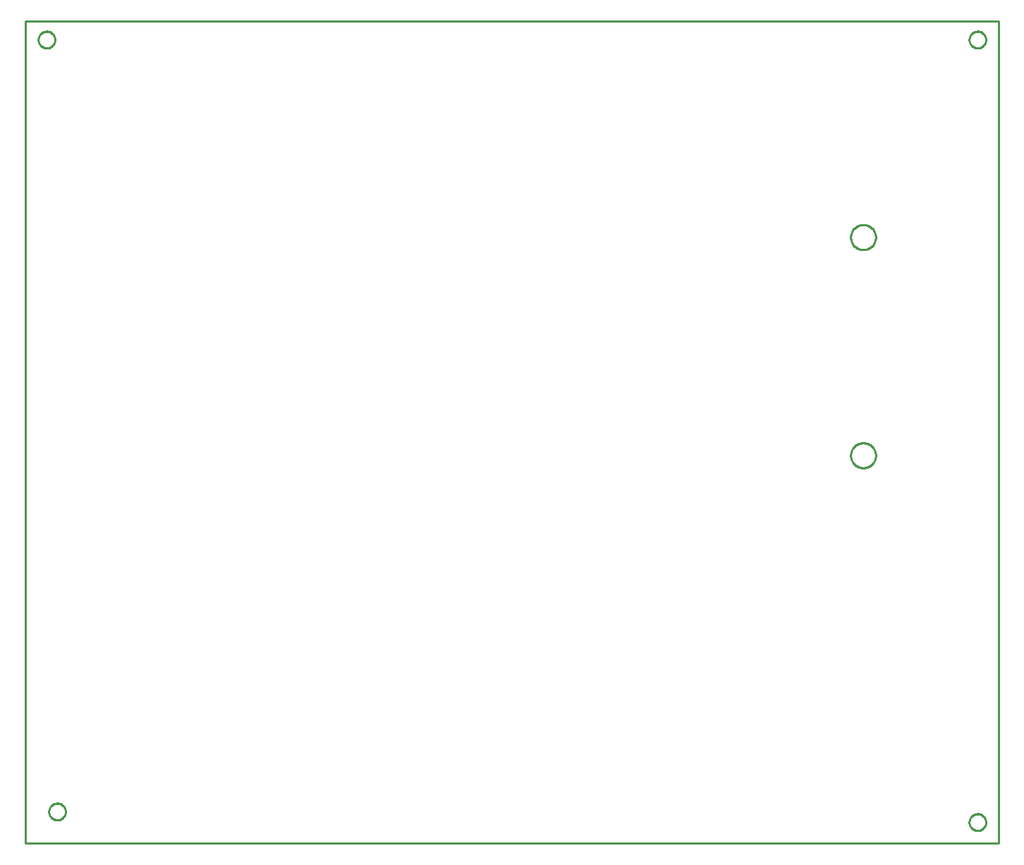
<source format=gbr>
G04 EAGLE Gerber X2 export*
%TF.Part,Single*%
%TF.FileFunction,Profile,NP*%
%TF.FilePolarity,Positive*%
%TF.GenerationSoftware,Autodesk,EAGLE,8.7.1*%
%TF.CreationDate,2018-05-16T11:30:18Z*%
G75*
%MOMM*%
%FSLAX34Y34*%
%LPD*%
%AMOC8*
5,1,8,0,0,1.08239X$1,22.5*%
G01*
%ADD10C,0.254000*%


D10*
X393700Y-38100D02*
X1561900Y-38100D01*
X1561900Y949200D01*
X393700Y949200D01*
X393700Y-38100D01*
X441800Y-437D02*
X441724Y-1307D01*
X441572Y-2166D01*
X441346Y-3010D01*
X441048Y-3830D01*
X440679Y-4622D01*
X440242Y-5378D01*
X439741Y-6093D01*
X439180Y-6762D01*
X438562Y-7380D01*
X437893Y-7941D01*
X437178Y-8442D01*
X436422Y-8879D01*
X435630Y-9248D01*
X434810Y-9546D01*
X433966Y-9772D01*
X433107Y-9924D01*
X432237Y-10000D01*
X431363Y-10000D01*
X430494Y-9924D01*
X429634Y-9772D01*
X428790Y-9546D01*
X427970Y-9248D01*
X427178Y-8879D01*
X426422Y-8442D01*
X425707Y-7941D01*
X425038Y-7380D01*
X424420Y-6762D01*
X423859Y-6093D01*
X423358Y-5378D01*
X422921Y-4622D01*
X422552Y-3830D01*
X422254Y-3010D01*
X422028Y-2166D01*
X421876Y-1307D01*
X421800Y-437D01*
X421800Y437D01*
X421876Y1307D01*
X422028Y2166D01*
X422254Y3010D01*
X422552Y3830D01*
X422921Y4622D01*
X423358Y5378D01*
X423859Y6093D01*
X424420Y6762D01*
X425038Y7380D01*
X425707Y7941D01*
X426422Y8442D01*
X427178Y8879D01*
X427970Y9248D01*
X428790Y9546D01*
X429634Y9772D01*
X430494Y9924D01*
X431363Y10000D01*
X432237Y10000D01*
X433107Y9924D01*
X433966Y9772D01*
X434810Y9546D01*
X435630Y9248D01*
X436422Y8879D01*
X437178Y8442D01*
X437893Y7941D01*
X438562Y7380D01*
X439180Y6762D01*
X439741Y6093D01*
X440242Y5378D01*
X440679Y4622D01*
X441048Y3830D01*
X441346Y3010D01*
X441572Y2166D01*
X441724Y1307D01*
X441800Y437D01*
X441800Y-437D01*
X1546700Y-13137D02*
X1546624Y-14007D01*
X1546472Y-14866D01*
X1546246Y-15710D01*
X1545948Y-16530D01*
X1545579Y-17322D01*
X1545142Y-18078D01*
X1544641Y-18793D01*
X1544080Y-19462D01*
X1543462Y-20080D01*
X1542793Y-20641D01*
X1542078Y-21142D01*
X1541322Y-21579D01*
X1540530Y-21948D01*
X1539710Y-22246D01*
X1538866Y-22472D01*
X1538007Y-22624D01*
X1537137Y-22700D01*
X1536263Y-22700D01*
X1535394Y-22624D01*
X1534534Y-22472D01*
X1533690Y-22246D01*
X1532870Y-21948D01*
X1532078Y-21579D01*
X1531322Y-21142D01*
X1530607Y-20641D01*
X1529938Y-20080D01*
X1529320Y-19462D01*
X1528759Y-18793D01*
X1528258Y-18078D01*
X1527821Y-17322D01*
X1527452Y-16530D01*
X1527154Y-15710D01*
X1526928Y-14866D01*
X1526776Y-14007D01*
X1526700Y-13137D01*
X1526700Y-12263D01*
X1526776Y-11394D01*
X1526928Y-10534D01*
X1527154Y-9690D01*
X1527452Y-8870D01*
X1527821Y-8078D01*
X1528258Y-7322D01*
X1528759Y-6607D01*
X1529320Y-5938D01*
X1529938Y-5320D01*
X1530607Y-4759D01*
X1531322Y-4258D01*
X1532078Y-3821D01*
X1532870Y-3452D01*
X1533690Y-3154D01*
X1534534Y-2928D01*
X1535394Y-2776D01*
X1536263Y-2700D01*
X1537137Y-2700D01*
X1538007Y-2776D01*
X1538866Y-2928D01*
X1539710Y-3154D01*
X1540530Y-3452D01*
X1541322Y-3821D01*
X1542078Y-4258D01*
X1542793Y-4759D01*
X1543462Y-5320D01*
X1544080Y-5938D01*
X1544641Y-6607D01*
X1545142Y-7322D01*
X1545579Y-8078D01*
X1545948Y-8870D01*
X1546246Y-9690D01*
X1546472Y-10534D01*
X1546624Y-11394D01*
X1546700Y-12263D01*
X1546700Y-13137D01*
X1546700Y926663D02*
X1546624Y925794D01*
X1546472Y924934D01*
X1546246Y924090D01*
X1545948Y923270D01*
X1545579Y922478D01*
X1545142Y921722D01*
X1544641Y921007D01*
X1544080Y920338D01*
X1543462Y919720D01*
X1542793Y919159D01*
X1542078Y918658D01*
X1541322Y918221D01*
X1540530Y917852D01*
X1539710Y917554D01*
X1538866Y917328D01*
X1538007Y917176D01*
X1537137Y917100D01*
X1536263Y917100D01*
X1535394Y917176D01*
X1534534Y917328D01*
X1533690Y917554D01*
X1532870Y917852D01*
X1532078Y918221D01*
X1531322Y918658D01*
X1530607Y919159D01*
X1529938Y919720D01*
X1529320Y920338D01*
X1528759Y921007D01*
X1528258Y921722D01*
X1527821Y922478D01*
X1527452Y923270D01*
X1527154Y924090D01*
X1526928Y924934D01*
X1526776Y925794D01*
X1526700Y926663D01*
X1526700Y927537D01*
X1526776Y928407D01*
X1526928Y929266D01*
X1527154Y930110D01*
X1527452Y930930D01*
X1527821Y931722D01*
X1528258Y932478D01*
X1528759Y933193D01*
X1529320Y933862D01*
X1529938Y934480D01*
X1530607Y935041D01*
X1531322Y935542D01*
X1532078Y935979D01*
X1532870Y936348D01*
X1533690Y936646D01*
X1534534Y936872D01*
X1535394Y937024D01*
X1536263Y937100D01*
X1537137Y937100D01*
X1538007Y937024D01*
X1538866Y936872D01*
X1539710Y936646D01*
X1540530Y936348D01*
X1541322Y935979D01*
X1542078Y935542D01*
X1542793Y935041D01*
X1543462Y934480D01*
X1544080Y933862D01*
X1544641Y933193D01*
X1545142Y932478D01*
X1545579Y931722D01*
X1545948Y930930D01*
X1546246Y930110D01*
X1546472Y929266D01*
X1546624Y928407D01*
X1546700Y927537D01*
X1546700Y926663D01*
X429100Y926663D02*
X429024Y925794D01*
X428872Y924934D01*
X428646Y924090D01*
X428348Y923270D01*
X427979Y922478D01*
X427542Y921722D01*
X427041Y921007D01*
X426480Y920338D01*
X425862Y919720D01*
X425193Y919159D01*
X424478Y918658D01*
X423722Y918221D01*
X422930Y917852D01*
X422110Y917554D01*
X421266Y917328D01*
X420407Y917176D01*
X419537Y917100D01*
X418663Y917100D01*
X417794Y917176D01*
X416934Y917328D01*
X416090Y917554D01*
X415270Y917852D01*
X414478Y918221D01*
X413722Y918658D01*
X413007Y919159D01*
X412338Y919720D01*
X411720Y920338D01*
X411159Y921007D01*
X410658Y921722D01*
X410221Y922478D01*
X409852Y923270D01*
X409554Y924090D01*
X409328Y924934D01*
X409176Y925794D01*
X409100Y926663D01*
X409100Y927537D01*
X409176Y928407D01*
X409328Y929266D01*
X409554Y930110D01*
X409852Y930930D01*
X410221Y931722D01*
X410658Y932478D01*
X411159Y933193D01*
X411720Y933862D01*
X412338Y934480D01*
X413007Y935041D01*
X413722Y935542D01*
X414478Y935979D01*
X415270Y936348D01*
X416090Y936646D01*
X416934Y936872D01*
X417794Y937024D01*
X418663Y937100D01*
X419537Y937100D01*
X420407Y937024D01*
X421266Y936872D01*
X422110Y936646D01*
X422930Y936348D01*
X423722Y935979D01*
X424478Y935542D01*
X425193Y935041D01*
X425862Y934480D01*
X426480Y933862D01*
X427041Y933193D01*
X427542Y932478D01*
X427979Y931722D01*
X428348Y930930D01*
X428646Y930110D01*
X428872Y929266D01*
X429024Y928407D01*
X429100Y927537D01*
X429100Y926663D01*
X441800Y-437D02*
X441724Y-1307D01*
X441572Y-2166D01*
X441346Y-3010D01*
X441048Y-3830D01*
X440679Y-4622D01*
X440242Y-5378D01*
X439741Y-6093D01*
X439180Y-6762D01*
X438562Y-7380D01*
X437893Y-7941D01*
X437178Y-8442D01*
X436422Y-8879D01*
X435630Y-9248D01*
X434810Y-9546D01*
X433966Y-9772D01*
X433107Y-9924D01*
X432237Y-10000D01*
X431363Y-10000D01*
X430494Y-9924D01*
X429634Y-9772D01*
X428790Y-9546D01*
X427970Y-9248D01*
X427178Y-8879D01*
X426422Y-8442D01*
X425707Y-7941D01*
X425038Y-7380D01*
X424420Y-6762D01*
X423859Y-6093D01*
X423358Y-5378D01*
X422921Y-4622D01*
X422552Y-3830D01*
X422254Y-3010D01*
X422028Y-2166D01*
X421876Y-1307D01*
X421800Y-437D01*
X421800Y437D01*
X421876Y1307D01*
X422028Y2166D01*
X422254Y3010D01*
X422552Y3830D01*
X422921Y4622D01*
X423358Y5378D01*
X423859Y6093D01*
X424420Y6762D01*
X425038Y7380D01*
X425707Y7941D01*
X426422Y8442D01*
X427178Y8879D01*
X427970Y9248D01*
X428790Y9546D01*
X429634Y9772D01*
X430494Y9924D01*
X431363Y10000D01*
X432237Y10000D01*
X433107Y9924D01*
X433966Y9772D01*
X434810Y9546D01*
X435630Y9248D01*
X436422Y8879D01*
X437178Y8442D01*
X437893Y7941D01*
X438562Y7380D01*
X439180Y6762D01*
X439741Y6093D01*
X440242Y5378D01*
X440679Y4622D01*
X441048Y3830D01*
X441346Y3010D01*
X441572Y2166D01*
X441724Y1307D01*
X441800Y437D01*
X441800Y-437D01*
X1546700Y-13137D02*
X1546624Y-14007D01*
X1546472Y-14866D01*
X1546246Y-15710D01*
X1545948Y-16530D01*
X1545579Y-17322D01*
X1545142Y-18078D01*
X1544641Y-18793D01*
X1544080Y-19462D01*
X1543462Y-20080D01*
X1542793Y-20641D01*
X1542078Y-21142D01*
X1541322Y-21579D01*
X1540530Y-21948D01*
X1539710Y-22246D01*
X1538866Y-22472D01*
X1538007Y-22624D01*
X1537137Y-22700D01*
X1536263Y-22700D01*
X1535394Y-22624D01*
X1534534Y-22472D01*
X1533690Y-22246D01*
X1532870Y-21948D01*
X1532078Y-21579D01*
X1531322Y-21142D01*
X1530607Y-20641D01*
X1529938Y-20080D01*
X1529320Y-19462D01*
X1528759Y-18793D01*
X1528258Y-18078D01*
X1527821Y-17322D01*
X1527452Y-16530D01*
X1527154Y-15710D01*
X1526928Y-14866D01*
X1526776Y-14007D01*
X1526700Y-13137D01*
X1526700Y-12263D01*
X1526776Y-11394D01*
X1526928Y-10534D01*
X1527154Y-9690D01*
X1527452Y-8870D01*
X1527821Y-8078D01*
X1528258Y-7322D01*
X1528759Y-6607D01*
X1529320Y-5938D01*
X1529938Y-5320D01*
X1530607Y-4759D01*
X1531322Y-4258D01*
X1532078Y-3821D01*
X1532870Y-3452D01*
X1533690Y-3154D01*
X1534534Y-2928D01*
X1535394Y-2776D01*
X1536263Y-2700D01*
X1537137Y-2700D01*
X1538007Y-2776D01*
X1538866Y-2928D01*
X1539710Y-3154D01*
X1540530Y-3452D01*
X1541322Y-3821D01*
X1542078Y-4258D01*
X1542793Y-4759D01*
X1543462Y-5320D01*
X1544080Y-5938D01*
X1544641Y-6607D01*
X1545142Y-7322D01*
X1545579Y-8078D01*
X1545948Y-8870D01*
X1546246Y-9690D01*
X1546472Y-10534D01*
X1546624Y-11394D01*
X1546700Y-12263D01*
X1546700Y-13137D01*
X1546700Y926663D02*
X1546624Y925794D01*
X1546472Y924934D01*
X1546246Y924090D01*
X1545948Y923270D01*
X1545579Y922478D01*
X1545142Y921722D01*
X1544641Y921007D01*
X1544080Y920338D01*
X1543462Y919720D01*
X1542793Y919159D01*
X1542078Y918658D01*
X1541322Y918221D01*
X1540530Y917852D01*
X1539710Y917554D01*
X1538866Y917328D01*
X1538007Y917176D01*
X1537137Y917100D01*
X1536263Y917100D01*
X1535394Y917176D01*
X1534534Y917328D01*
X1533690Y917554D01*
X1532870Y917852D01*
X1532078Y918221D01*
X1531322Y918658D01*
X1530607Y919159D01*
X1529938Y919720D01*
X1529320Y920338D01*
X1528759Y921007D01*
X1528258Y921722D01*
X1527821Y922478D01*
X1527452Y923270D01*
X1527154Y924090D01*
X1526928Y924934D01*
X1526776Y925794D01*
X1526700Y926663D01*
X1526700Y927537D01*
X1526776Y928407D01*
X1526928Y929266D01*
X1527154Y930110D01*
X1527452Y930930D01*
X1527821Y931722D01*
X1528258Y932478D01*
X1528759Y933193D01*
X1529320Y933862D01*
X1529938Y934480D01*
X1530607Y935041D01*
X1531322Y935542D01*
X1532078Y935979D01*
X1532870Y936348D01*
X1533690Y936646D01*
X1534534Y936872D01*
X1535394Y937024D01*
X1536263Y937100D01*
X1537137Y937100D01*
X1538007Y937024D01*
X1538866Y936872D01*
X1539710Y936646D01*
X1540530Y936348D01*
X1541322Y935979D01*
X1542078Y935542D01*
X1542793Y935041D01*
X1543462Y934480D01*
X1544080Y933862D01*
X1544641Y933193D01*
X1545142Y932478D01*
X1545579Y931722D01*
X1545948Y930930D01*
X1546246Y930110D01*
X1546472Y929266D01*
X1546624Y928407D01*
X1546700Y927537D01*
X1546700Y926663D01*
X429100Y926663D02*
X429024Y925794D01*
X428872Y924934D01*
X428646Y924090D01*
X428348Y923270D01*
X427979Y922478D01*
X427542Y921722D01*
X427041Y921007D01*
X426480Y920338D01*
X425862Y919720D01*
X425193Y919159D01*
X424478Y918658D01*
X423722Y918221D01*
X422930Y917852D01*
X422110Y917554D01*
X421266Y917328D01*
X420407Y917176D01*
X419537Y917100D01*
X418663Y917100D01*
X417794Y917176D01*
X416934Y917328D01*
X416090Y917554D01*
X415270Y917852D01*
X414478Y918221D01*
X413722Y918658D01*
X413007Y919159D01*
X412338Y919720D01*
X411720Y920338D01*
X411159Y921007D01*
X410658Y921722D01*
X410221Y922478D01*
X409852Y923270D01*
X409554Y924090D01*
X409328Y924934D01*
X409176Y925794D01*
X409100Y926663D01*
X409100Y927537D01*
X409176Y928407D01*
X409328Y929266D01*
X409554Y930110D01*
X409852Y930930D01*
X410221Y931722D01*
X410658Y932478D01*
X411159Y933193D01*
X411720Y933862D01*
X412338Y934480D01*
X413007Y935041D01*
X413722Y935542D01*
X414478Y935979D01*
X415270Y936348D01*
X416090Y936646D01*
X416934Y936872D01*
X417794Y937024D01*
X418663Y937100D01*
X419537Y937100D01*
X420407Y937024D01*
X421266Y936872D01*
X422110Y936646D01*
X422930Y936348D01*
X423722Y935979D01*
X424478Y935542D01*
X425193Y935041D01*
X425862Y934480D01*
X426480Y933862D01*
X427041Y933193D01*
X427542Y932478D01*
X427979Y931722D01*
X428348Y930930D01*
X428646Y930110D01*
X428872Y929266D01*
X429024Y928407D01*
X429100Y927537D01*
X429100Y926663D01*
X1400036Y704800D02*
X1401104Y704724D01*
X1402165Y704571D01*
X1403212Y704343D01*
X1404240Y704041D01*
X1405244Y703667D01*
X1406219Y703222D01*
X1407159Y702708D01*
X1408060Y702129D01*
X1408918Y701487D01*
X1409728Y700785D01*
X1410485Y700028D01*
X1411187Y699218D01*
X1411829Y698360D01*
X1412408Y697459D01*
X1412922Y696519D01*
X1413367Y695544D01*
X1413741Y694540D01*
X1414043Y693512D01*
X1414271Y692465D01*
X1414424Y691404D01*
X1414500Y690336D01*
X1414500Y689264D01*
X1414424Y688196D01*
X1414271Y687135D01*
X1414043Y686088D01*
X1413741Y685060D01*
X1413367Y684056D01*
X1412922Y683081D01*
X1412408Y682141D01*
X1411829Y681240D01*
X1411187Y680382D01*
X1410485Y679572D01*
X1409728Y678815D01*
X1408918Y678113D01*
X1408060Y677471D01*
X1407159Y676892D01*
X1406219Y676378D01*
X1405244Y675933D01*
X1404240Y675559D01*
X1403212Y675257D01*
X1402165Y675029D01*
X1401104Y674876D01*
X1400036Y674800D01*
X1398964Y674800D01*
X1397896Y674876D01*
X1396835Y675029D01*
X1395788Y675257D01*
X1394760Y675559D01*
X1393756Y675933D01*
X1392781Y676378D01*
X1391841Y676892D01*
X1390940Y677471D01*
X1390082Y678113D01*
X1389272Y678815D01*
X1388515Y679572D01*
X1387813Y680382D01*
X1387171Y681240D01*
X1386592Y682141D01*
X1386078Y683081D01*
X1385633Y684056D01*
X1385259Y685060D01*
X1384957Y686088D01*
X1384729Y687135D01*
X1384576Y688196D01*
X1384500Y689264D01*
X1384500Y690336D01*
X1384576Y691404D01*
X1384729Y692465D01*
X1384957Y693512D01*
X1385259Y694540D01*
X1385633Y695544D01*
X1386078Y696519D01*
X1386592Y697459D01*
X1387171Y698360D01*
X1387813Y699218D01*
X1388515Y700028D01*
X1389272Y700785D01*
X1390082Y701487D01*
X1390940Y702129D01*
X1391841Y702708D01*
X1392781Y703222D01*
X1393756Y703667D01*
X1394760Y704041D01*
X1395788Y704343D01*
X1396835Y704571D01*
X1397896Y704724D01*
X1398964Y704800D01*
X1400036Y704800D01*
X1400036Y442800D02*
X1401104Y442724D01*
X1402165Y442571D01*
X1403212Y442343D01*
X1404240Y442041D01*
X1405244Y441667D01*
X1406219Y441222D01*
X1407159Y440708D01*
X1408060Y440129D01*
X1408918Y439487D01*
X1409728Y438785D01*
X1410485Y438028D01*
X1411187Y437218D01*
X1411829Y436360D01*
X1412408Y435459D01*
X1412922Y434519D01*
X1413367Y433544D01*
X1413741Y432540D01*
X1414043Y431512D01*
X1414271Y430465D01*
X1414424Y429404D01*
X1414500Y428336D01*
X1414500Y427264D01*
X1414424Y426196D01*
X1414271Y425135D01*
X1414043Y424088D01*
X1413741Y423060D01*
X1413367Y422056D01*
X1412922Y421081D01*
X1412408Y420141D01*
X1411829Y419240D01*
X1411187Y418382D01*
X1410485Y417572D01*
X1409728Y416815D01*
X1408918Y416113D01*
X1408060Y415471D01*
X1407159Y414892D01*
X1406219Y414378D01*
X1405244Y413933D01*
X1404240Y413559D01*
X1403212Y413257D01*
X1402165Y413029D01*
X1401104Y412876D01*
X1400036Y412800D01*
X1398964Y412800D01*
X1397896Y412876D01*
X1396835Y413029D01*
X1395788Y413257D01*
X1394760Y413559D01*
X1393756Y413933D01*
X1392781Y414378D01*
X1391841Y414892D01*
X1390940Y415471D01*
X1390082Y416113D01*
X1389272Y416815D01*
X1388515Y417572D01*
X1387813Y418382D01*
X1387171Y419240D01*
X1386592Y420141D01*
X1386078Y421081D01*
X1385633Y422056D01*
X1385259Y423060D01*
X1384957Y424088D01*
X1384729Y425135D01*
X1384576Y426196D01*
X1384500Y427264D01*
X1384500Y428336D01*
X1384576Y429404D01*
X1384729Y430465D01*
X1384957Y431512D01*
X1385259Y432540D01*
X1385633Y433544D01*
X1386078Y434519D01*
X1386592Y435459D01*
X1387171Y436360D01*
X1387813Y437218D01*
X1388515Y438028D01*
X1389272Y438785D01*
X1390082Y439487D01*
X1390940Y440129D01*
X1391841Y440708D01*
X1392781Y441222D01*
X1393756Y441667D01*
X1394760Y442041D01*
X1395788Y442343D01*
X1396835Y442571D01*
X1397896Y442724D01*
X1398964Y442800D01*
X1400036Y442800D01*
M02*

</source>
